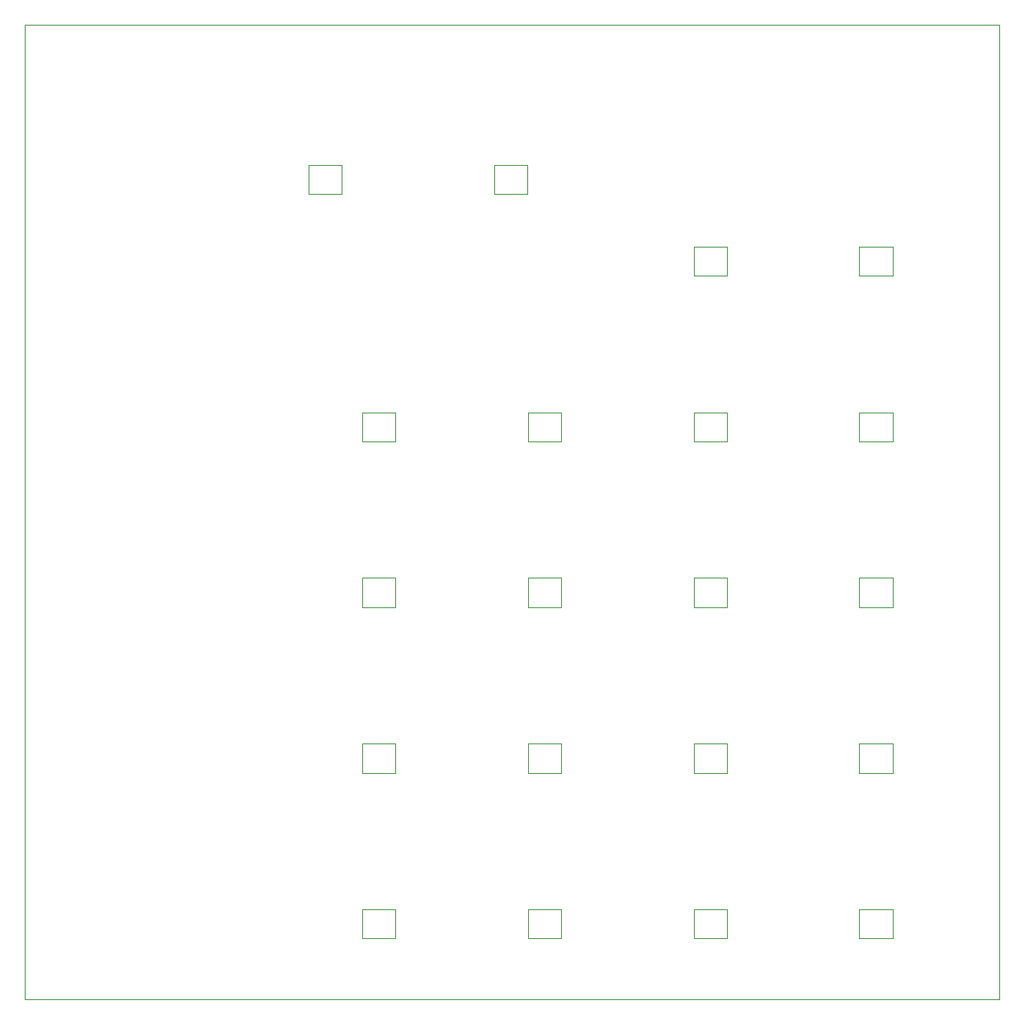
<source format=gm1>
%TF.GenerationSoftware,KiCad,Pcbnew,(5.1.10)-1*%
%TF.CreationDate,2021-08-08T16:05:11+01:00*%
%TF.ProjectId,bongopad,626f6e67-6f70-4616-942e-6b696361645f,1*%
%TF.SameCoordinates,PXb71b00PYb71b00*%
%TF.FileFunction,Profile,NP*%
%FSLAX46Y46*%
G04 Gerber Fmt 4.6, Leading zero omitted, Abs format (unit mm)*
G04 Created by KiCad (PCBNEW (5.1.10)-1) date 2021-08-08 16:05:11*
%MOMM*%
%LPD*%
G01*
G04 APERTURE LIST*
%TA.AperFunction,Profile*%
%ADD10C,0.050000*%
%TD*%
%TA.AperFunction,Profile*%
%ADD11C,0.010000*%
%TD*%
G04 APERTURE END LIST*
D10*
X100000000Y0D02*
X0Y0D01*
X100000000Y-100000000D02*
X100000000Y0D01*
X0Y-100000000D02*
X100000000Y-100000000D01*
X0Y0D02*
X0Y-100000000D01*
D11*
%TO.C,K1*%
X32535000Y-17365000D02*
X29135000Y-17365000D01*
X29135000Y-17365000D02*
X29135000Y-14365000D01*
X29135000Y-14365000D02*
X32535000Y-14365000D01*
X32535000Y-14365000D02*
X32535000Y-17365000D01*
%TO.C,K2*%
X51600000Y-17370000D02*
X48200000Y-17370000D01*
X48200000Y-17370000D02*
X48200000Y-14370000D01*
X48200000Y-14370000D02*
X51600000Y-14370000D01*
X51600000Y-14370000D02*
X51600000Y-17370000D01*
%TO.C,K6*%
X55050000Y-42750000D02*
X51650000Y-42750000D01*
X51650000Y-42750000D02*
X51650000Y-39750000D01*
X51650000Y-39750000D02*
X55050000Y-39750000D01*
X55050000Y-39750000D02*
X55050000Y-42750000D01*
%TO.C,K8*%
X89050000Y-42750000D02*
X85650000Y-42750000D01*
X85650000Y-42750000D02*
X85650000Y-39750000D01*
X85650000Y-39750000D02*
X89050000Y-39750000D01*
X89050000Y-39750000D02*
X89050000Y-42750000D01*
%TO.C,K10*%
X55050000Y-59750000D02*
X51650000Y-59750000D01*
X51650000Y-59750000D02*
X51650000Y-56750000D01*
X51650000Y-56750000D02*
X55050000Y-56750000D01*
X55050000Y-56750000D02*
X55050000Y-59750000D01*
%TO.C,K3*%
X72050000Y-25750000D02*
X68650000Y-25750000D01*
X68650000Y-25750000D02*
X68650000Y-22750000D01*
X68650000Y-22750000D02*
X72050000Y-22750000D01*
X72050000Y-22750000D02*
X72050000Y-25750000D01*
%TO.C,K4*%
X89050000Y-25750000D02*
X85650000Y-25750000D01*
X85650000Y-25750000D02*
X85650000Y-22750000D01*
X85650000Y-22750000D02*
X89050000Y-22750000D01*
X89050000Y-22750000D02*
X89050000Y-25750000D01*
%TO.C,K5*%
X38050000Y-42750000D02*
X34650000Y-42750000D01*
X34650000Y-42750000D02*
X34650000Y-39750000D01*
X34650000Y-39750000D02*
X38050000Y-39750000D01*
X38050000Y-39750000D02*
X38050000Y-42750000D01*
%TO.C,K7*%
X72050000Y-42750000D02*
X68650000Y-42750000D01*
X68650000Y-42750000D02*
X68650000Y-39750000D01*
X68650000Y-39750000D02*
X72050000Y-39750000D01*
X72050000Y-39750000D02*
X72050000Y-42750000D01*
%TO.C,K9*%
X38050000Y-59750000D02*
X34650000Y-59750000D01*
X34650000Y-59750000D02*
X34650000Y-56750000D01*
X34650000Y-56750000D02*
X38050000Y-56750000D01*
X38050000Y-56750000D02*
X38050000Y-59750000D01*
%TO.C,K13*%
X38050000Y-76750000D02*
X34650000Y-76750000D01*
X34650000Y-76750000D02*
X34650000Y-73750000D01*
X34650000Y-73750000D02*
X38050000Y-73750000D01*
X38050000Y-73750000D02*
X38050000Y-76750000D01*
%TO.C,K14*%
X55050000Y-76750000D02*
X51650000Y-76750000D01*
X51650000Y-76750000D02*
X51650000Y-73750000D01*
X51650000Y-73750000D02*
X55050000Y-73750000D01*
X55050000Y-73750000D02*
X55050000Y-76750000D01*
%TO.C,K15*%
X72050000Y-76750000D02*
X68650000Y-76750000D01*
X68650000Y-76750000D02*
X68650000Y-73750000D01*
X68650000Y-73750000D02*
X72050000Y-73750000D01*
X72050000Y-73750000D02*
X72050000Y-76750000D01*
%TO.C,K17*%
X38050000Y-93750000D02*
X34650000Y-93750000D01*
X34650000Y-93750000D02*
X34650000Y-90750000D01*
X34650000Y-90750000D02*
X38050000Y-90750000D01*
X38050000Y-90750000D02*
X38050000Y-93750000D01*
%TO.C,K18*%
X55050000Y-93750000D02*
X51650000Y-93750000D01*
X51650000Y-93750000D02*
X51650000Y-90750000D01*
X51650000Y-90750000D02*
X55050000Y-90750000D01*
X55050000Y-90750000D02*
X55050000Y-93750000D01*
%TO.C,K19*%
X72050000Y-93750000D02*
X68650000Y-93750000D01*
X68650000Y-93750000D02*
X68650000Y-90750000D01*
X68650000Y-90750000D02*
X72050000Y-90750000D01*
X72050000Y-90750000D02*
X72050000Y-93750000D01*
%TO.C,K20*%
X89050000Y-93750000D02*
X85650000Y-93750000D01*
X85650000Y-93750000D02*
X85650000Y-90750000D01*
X85650000Y-90750000D02*
X89050000Y-90750000D01*
X89050000Y-90750000D02*
X89050000Y-93750000D01*
%TO.C,K12*%
X89050000Y-59750000D02*
X85650000Y-59750000D01*
X85650000Y-59750000D02*
X85650000Y-56750000D01*
X85650000Y-56750000D02*
X89050000Y-56750000D01*
X89050000Y-56750000D02*
X89050000Y-59750000D01*
%TO.C,K11*%
X72050000Y-59750000D02*
X68650000Y-59750000D01*
X68650000Y-59750000D02*
X68650000Y-56750000D01*
X68650000Y-56750000D02*
X72050000Y-56750000D01*
X72050000Y-56750000D02*
X72050000Y-59750000D01*
%TO.C,K16*%
X89050000Y-76750000D02*
X85650000Y-76750000D01*
X85650000Y-76750000D02*
X85650000Y-73750000D01*
X85650000Y-73750000D02*
X89050000Y-73750000D01*
X89050000Y-73750000D02*
X89050000Y-76750000D01*
%TD*%
M02*

</source>
